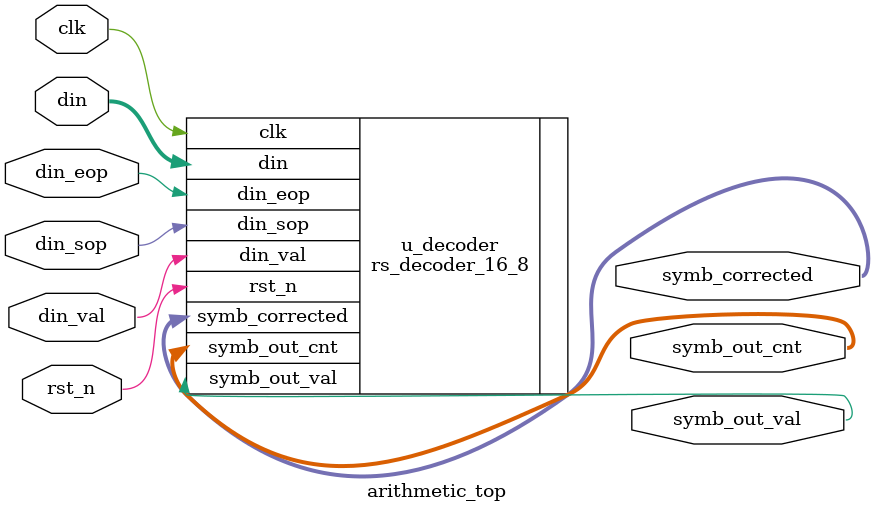
<source format=v>
`timescale 1ns/1ps

module arithmetic_top (
    input        clk,
    input        rst_n,
    input        din_val,
    input        din_sop,
    input        din_eop,
    input  [7:0] din,
    output [7:0] symb_out_cnt,
    output       symb_out_val,
    output [7:0] symb_corrected
);
    rs_decoder_16_8 u_decoder (
        .clk            (clk),
        .rst_n          (rst_n),
        .din_val        (din_val),
        .din_sop        (din_sop),
        .din_eop        (din_eop),
        .din            (din),
        .symb_out_cnt   (symb_out_cnt),
        .symb_out_val   (symb_out_val),
        .symb_corrected (symb_corrected)
    );
endmodule

</source>
